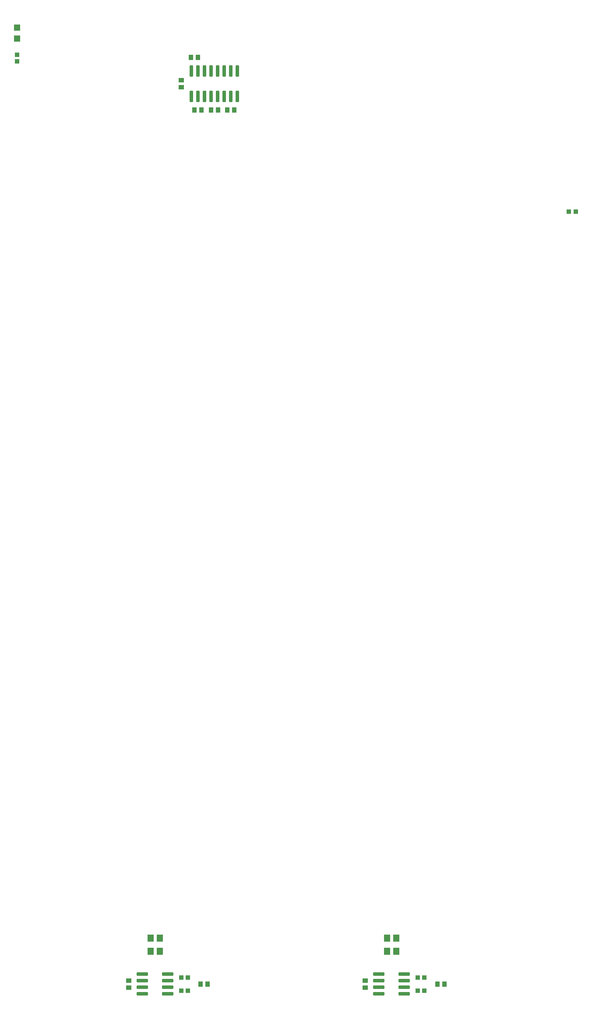
<source format=gtp>
G04*
G04 #@! TF.GenerationSoftware,Altium Limited,Altium Designer,21.8.1 (53)*
G04*
G04 Layer_Color=8421504*
%FSLAX44Y44*%
%MOMM*%
G71*
G04*
G04 #@! TF.SameCoordinates,803AB11E-904C-4F7A-9A81-77FAE9A3CB3A*
G04*
G04*
G04 #@! TF.FilePolarity,Positive*
G04*
G01*
G75*
G04:AMPARAMS|DCode=15|XSize=2.159mm|YSize=0.6858mm|CornerRadius=0.0857mm|HoleSize=0mm|Usage=FLASHONLY|Rotation=0.000|XOffset=0mm|YOffset=0mm|HoleType=Round|Shape=RoundedRectangle|*
%AMROUNDEDRECTD15*
21,1,2.1590,0.5143,0,0,0.0*
21,1,1.9876,0.6858,0,0,0.0*
1,1,0.1715,0.9938,-0.2572*
1,1,0.1715,-0.9938,-0.2572*
1,1,0.1715,-0.9938,0.2572*
1,1,0.1715,0.9938,0.2572*
%
%ADD15ROUNDEDRECTD15*%
%ADD16R,1.2000X1.2000*%
%ADD17R,0.9500X0.8500*%
%ADD18R,0.8500X0.9500*%
%ADD19R,0.9000X1.0000*%
G04:AMPARAMS|DCode=20|XSize=2.159mm|YSize=0.6858mm|CornerRadius=0.0857mm|HoleSize=0mm|Usage=FLASHONLY|Rotation=90.000|XOffset=0mm|YOffset=0mm|HoleType=Round|Shape=RoundedRectangle|*
%AMROUNDEDRECTD20*
21,1,2.1590,0.5143,0,0,90.0*
21,1,1.9876,0.6858,0,0,90.0*
1,1,0.1715,0.2572,0.9938*
1,1,0.1715,0.2572,-0.9938*
1,1,0.1715,-0.2572,-0.9938*
1,1,0.1715,-0.2572,0.9938*
%
%ADD20ROUNDEDRECTD20*%
%ADD21R,1.0000X0.9000*%
%ADD22R,1.1500X1.3500*%
D15*
X989900Y165100D02*
D03*
Y177800D02*
D03*
Y190500D02*
D03*
Y203200D02*
D03*
X940500D02*
D03*
Y190500D02*
D03*
Y177800D02*
D03*
Y165100D02*
D03*
X532700D02*
D03*
Y177800D02*
D03*
Y190500D02*
D03*
Y203200D02*
D03*
X483300D02*
D03*
Y190500D02*
D03*
Y177800D02*
D03*
Y165100D02*
D03*
D16*
X241300Y2032340D02*
D03*
Y2011340D02*
D03*
D17*
Y1967080D02*
D03*
Y1980080D02*
D03*
D18*
X1321100Y1676400D02*
D03*
X1308100D02*
D03*
X571650Y196850D02*
D03*
X558650D02*
D03*
Y171450D02*
D03*
X571650D02*
D03*
X1015850D02*
D03*
X1028850D02*
D03*
Y196850D02*
D03*
X1015850D02*
D03*
D19*
X583800Y1873250D02*
D03*
X597300D02*
D03*
X615950D02*
D03*
X629450D02*
D03*
X647300D02*
D03*
X660800D02*
D03*
X577450Y1974850D02*
D03*
X590950D02*
D03*
X609600Y184150D02*
D03*
X596100D02*
D03*
X1067200D02*
D03*
X1053700D02*
D03*
D20*
X577850Y1948800D02*
D03*
X590550D02*
D03*
X603250D02*
D03*
X615950D02*
D03*
X628650D02*
D03*
X641350D02*
D03*
X654050D02*
D03*
X666750D02*
D03*
Y1899300D02*
D03*
X654050D02*
D03*
X641350D02*
D03*
X628650D02*
D03*
X615950D02*
D03*
X603250D02*
D03*
X590550D02*
D03*
X577850D02*
D03*
D21*
X558800Y1917300D02*
D03*
Y1930800D02*
D03*
X457200Y177400D02*
D03*
Y190900D02*
D03*
X914400Y177400D02*
D03*
Y190900D02*
D03*
D22*
X499250Y247650D02*
D03*
X516750D02*
D03*
Y273050D02*
D03*
X499250D02*
D03*
X956450Y247650D02*
D03*
X973950D02*
D03*
Y273050D02*
D03*
X956450D02*
D03*
M02*

</source>
